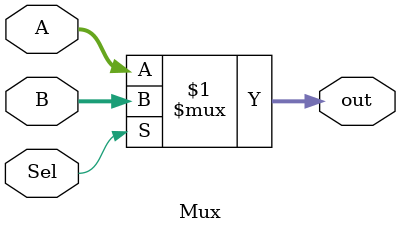
<source format=v>
module Mux( A , B , Sel , out);

input [31:0] A ,B;
input Sel;
output wire [31:0] out;

assign out = Sel ? B : A;

endmodule
</source>
